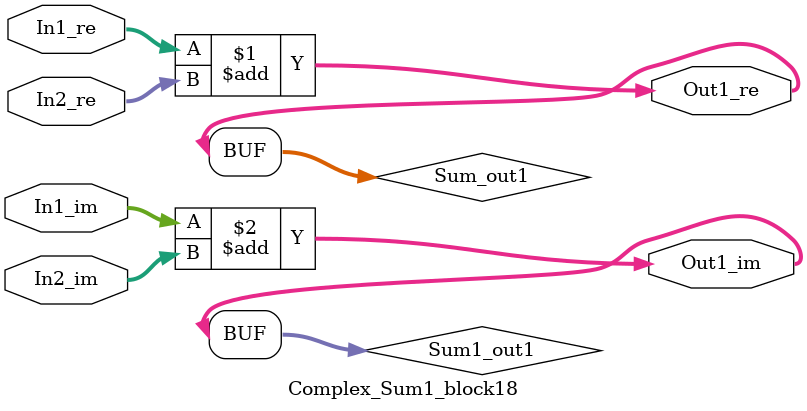
<source format=v>



`timescale 1 ns / 1 ns

module Complex_Sum1_block18
          (In1_re,
           In1_im,
           In2_re,
           In2_im,
           Out1_re,
           Out1_im);


  input   signed [36:0] In1_re;  // sfix37_En22
  input   signed [36:0] In1_im;  // sfix37_En22
  input   signed [36:0] In2_re;  // sfix37_En22
  input   signed [36:0] In2_im;  // sfix37_En22
  output  signed [36:0] Out1_re;  // sfix37_En22
  output  signed [36:0] Out1_im;  // sfix37_En22


  wire signed [36:0] Sum_out1;  // sfix37_En22
  wire signed [36:0] Sum1_out1;  // sfix37_En22


  assign Sum_out1 = In1_re + In2_re;



  assign Out1_re = Sum_out1;

  assign Sum1_out1 = In1_im + In2_im;



  assign Out1_im = Sum1_out1;

endmodule  // Complex_Sum1_block18


</source>
